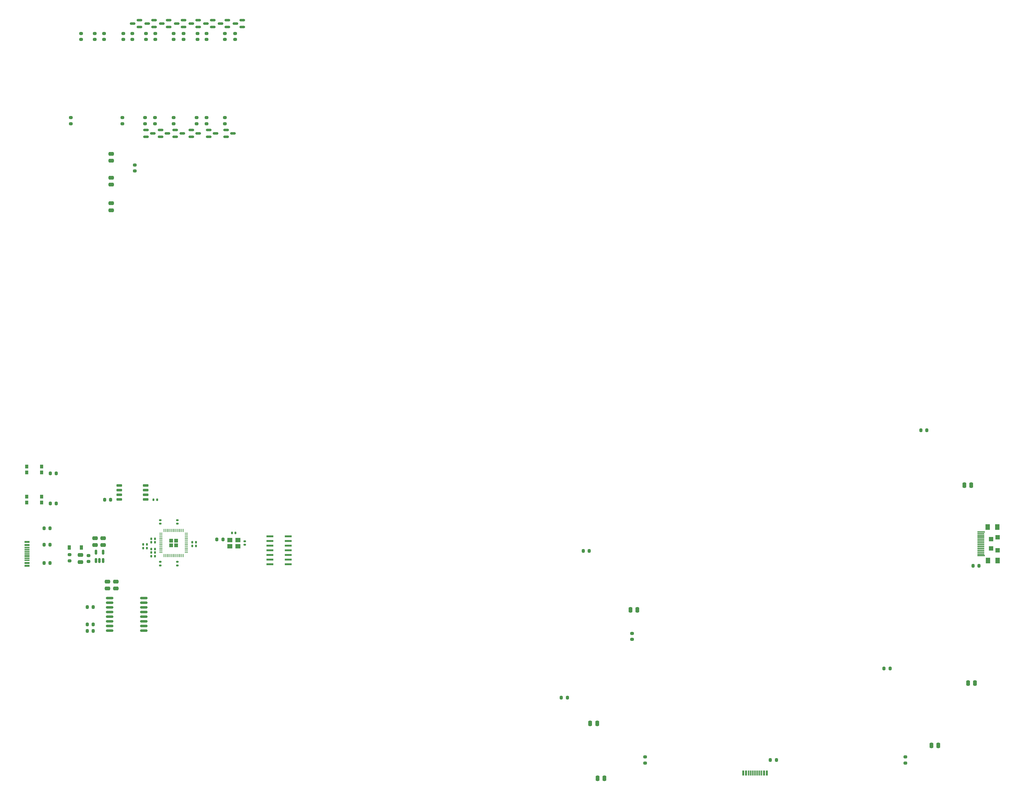
<source format=gbp>
%TF.GenerationSoftware,KiCad,Pcbnew,(6.0.4)*%
%TF.CreationDate,2022-05-26T23:51:57-07:00*%
%TF.ProjectId,top_L,746f705f-4c2e-46b6-9963-61645f706362,rev?*%
%TF.SameCoordinates,Original*%
%TF.FileFunction,Paste,Bot*%
%TF.FilePolarity,Positive*%
%FSLAX46Y46*%
G04 Gerber Fmt 4.6, Leading zero omitted, Abs format (unit mm)*
G04 Created by KiCad (PCBNEW (6.0.4)) date 2022-05-26 23:51:57*
%MOMM*%
%LPD*%
G01*
G04 APERTURE LIST*
G04 Aperture macros list*
%AMRoundRect*
0 Rectangle with rounded corners*
0 $1 Rounding radius*
0 $2 $3 $4 $5 $6 $7 $8 $9 X,Y pos of 4 corners*
0 Add a 4 corners polygon primitive as box body*
4,1,4,$2,$3,$4,$5,$6,$7,$8,$9,$2,$3,0*
0 Add four circle primitives for the rounded corners*
1,1,$1+$1,$2,$3*
1,1,$1+$1,$4,$5*
1,1,$1+$1,$6,$7*
1,1,$1+$1,$8,$9*
0 Add four rect primitives between the rounded corners*
20,1,$1+$1,$2,$3,$4,$5,0*
20,1,$1+$1,$4,$5,$6,$7,0*
20,1,$1+$1,$6,$7,$8,$9,0*
20,1,$1+$1,$8,$9,$2,$3,0*%
G04 Aperture macros list end*
%ADD10RoundRect,0.200000X0.200000X0.275000X-0.200000X0.275000X-0.200000X-0.275000X0.200000X-0.275000X0*%
%ADD11RoundRect,0.140000X0.170000X-0.140000X0.170000X0.140000X-0.170000X0.140000X-0.170000X-0.140000X0*%
%ADD12RoundRect,0.200000X-0.275000X0.200000X-0.275000X-0.200000X0.275000X-0.200000X0.275000X0.200000X0*%
%ADD13RoundRect,0.200000X0.275000X-0.200000X0.275000X0.200000X-0.275000X0.200000X-0.275000X-0.200000X0*%
%ADD14RoundRect,0.140000X-0.140000X-0.170000X0.140000X-0.170000X0.140000X0.170000X-0.140000X0.170000X0*%
%ADD15RoundRect,0.150000X0.587500X0.150000X-0.587500X0.150000X-0.587500X-0.150000X0.587500X-0.150000X0*%
%ADD16RoundRect,0.200000X-0.200000X-0.275000X0.200000X-0.275000X0.200000X0.275000X-0.200000X0.275000X0*%
%ADD17RoundRect,0.250000X0.475000X-0.250000X0.475000X0.250000X-0.475000X0.250000X-0.475000X-0.250000X0*%
%ADD18RoundRect,0.140000X0.140000X0.170000X-0.140000X0.170000X-0.140000X-0.170000X0.140000X-0.170000X0*%
%ADD19RoundRect,0.150000X-0.650000X-0.150000X0.650000X-0.150000X0.650000X0.150000X-0.650000X0.150000X0*%
%ADD20RoundRect,0.150000X-0.587500X-0.150000X0.587500X-0.150000X0.587500X0.150000X-0.587500X0.150000X0*%
%ADD21RoundRect,0.250000X-0.475000X0.250000X-0.475000X-0.250000X0.475000X-0.250000X0.475000X0.250000X0*%
%ADD22RoundRect,0.250000X0.250000X0.475000X-0.250000X0.475000X-0.250000X-0.475000X0.250000X-0.475000X0*%
%ADD23RoundRect,0.150000X0.875000X0.150000X-0.875000X0.150000X-0.875000X-0.150000X0.875000X-0.150000X0*%
%ADD24R,1.450000X0.600000*%
%ADD25R,1.450000X0.300000*%
%ADD26RoundRect,0.250000X-0.292217X0.292217X-0.292217X-0.292217X0.292217X-0.292217X0.292217X0.292217X0*%
%ADD27RoundRect,0.050000X-0.050000X0.387500X-0.050000X-0.387500X0.050000X-0.387500X0.050000X0.387500X0*%
%ADD28RoundRect,0.050000X-0.387500X0.050000X-0.387500X-0.050000X0.387500X-0.050000X0.387500X0.050000X0*%
%ADD29RoundRect,0.135000X-0.135000X-0.185000X0.135000X-0.185000X0.135000X0.185000X-0.135000X0.185000X0*%
%ADD30R,0.900000X1.200000*%
%ADD31RoundRect,0.150000X0.150000X-0.512500X0.150000X0.512500X-0.150000X0.512500X-0.150000X-0.512500X0*%
%ADD32R,1.981200X0.558800*%
%ADD33R,1.400000X1.200000*%
%ADD34R,0.900000X1.000000*%
%ADD35RoundRect,0.140000X-0.170000X0.140000X-0.170000X-0.140000X0.170000X-0.140000X0.170000X0.140000X0*%
%ADD36R,1.825000X0.400000*%
%ADD37R,1.200000X1.500000*%
%ADD38R,2.012500X0.400000*%
%ADD39R,1.200000X1.200000*%
%ADD40R,0.600000X1.450000*%
%ADD41R,0.300000X1.450000*%
G04 APERTURE END LIST*
D10*
X45575000Y-196250000D03*
X43925000Y-196250000D03*
D11*
X63900000Y-173480000D03*
X63900000Y-172520000D03*
D12*
X192500000Y-203425000D03*
X192500000Y-205075000D03*
D13*
X60000000Y-41325000D03*
X60000000Y-39675000D03*
D12*
X76500000Y-62675000D03*
X76500000Y-64325000D03*
D14*
X72620000Y-178600000D03*
X73580000Y-178600000D03*
D13*
X81500000Y-41325000D03*
X81500000Y-39675000D03*
D15*
X70187500Y-36050000D03*
X70187500Y-37950000D03*
X68312500Y-37000000D03*
D11*
X68500000Y-173480000D03*
X68500000Y-172520000D03*
D15*
X58187500Y-36050000D03*
X58187500Y-37950000D03*
X56312500Y-37000000D03*
D12*
X267000000Y-237175000D03*
X267000000Y-238825000D03*
D16*
X230175000Y-238000000D03*
X231825000Y-238000000D03*
D14*
X62020000Y-167000000D03*
X62980000Y-167000000D03*
X83420000Y-176000000D03*
X84380000Y-176000000D03*
D12*
X62400000Y-62675000D03*
X62400000Y-64325000D03*
D17*
X50500000Y-74450000D03*
X50500000Y-72550000D03*
D18*
X62380000Y-178600000D03*
X61420000Y-178600000D03*
D19*
X52700000Y-166905000D03*
X52700000Y-165635000D03*
X52700000Y-164365000D03*
X52700000Y-163095000D03*
X59900000Y-163095000D03*
X59900000Y-164365000D03*
X59900000Y-165635000D03*
X59900000Y-166905000D03*
D20*
X81812500Y-67950000D03*
X81812500Y-66050000D03*
X83687500Y-67000000D03*
D18*
X62380000Y-177600000D03*
X61420000Y-177600000D03*
D12*
X196000000Y-237175000D03*
X196000000Y-238825000D03*
D16*
X285395000Y-185000000D03*
X287045000Y-185000000D03*
D21*
X42100000Y-182050000D03*
X42100000Y-183950000D03*
D22*
X284950000Y-163000000D03*
X283050000Y-163000000D03*
X193950000Y-197000000D03*
X192050000Y-197000000D03*
D23*
X59400000Y-193805000D03*
X59400000Y-195075000D03*
X59400000Y-196345000D03*
X59400000Y-197615000D03*
X59400000Y-198885000D03*
X59400000Y-200155000D03*
X59400000Y-201425000D03*
X59400000Y-202695000D03*
X50100000Y-202695000D03*
X50100000Y-201425000D03*
X50100000Y-200155000D03*
X50100000Y-198885000D03*
X50100000Y-197615000D03*
X50100000Y-196345000D03*
X50100000Y-195075000D03*
X50100000Y-193805000D03*
D13*
X48500000Y-41325000D03*
X48500000Y-39675000D03*
D17*
X49500000Y-191200000D03*
X49500000Y-189300000D03*
D12*
X73750000Y-62675000D03*
X73750000Y-64325000D03*
D14*
X72620000Y-179600000D03*
X73580000Y-179600000D03*
D24*
X27545000Y-185000000D03*
X27545000Y-184200000D03*
D25*
X27545000Y-183000000D03*
X27545000Y-182000000D03*
X27545000Y-181500000D03*
X27545000Y-180500000D03*
D24*
X27545000Y-179300000D03*
X27545000Y-178500000D03*
X27545000Y-178500000D03*
X27545000Y-179300000D03*
D25*
X27545000Y-180000000D03*
X27545000Y-181000000D03*
X27545000Y-182500000D03*
X27545000Y-183500000D03*
D24*
X27545000Y-184200000D03*
X27545000Y-185000000D03*
D16*
X43925000Y-201000000D03*
X45575000Y-201000000D03*
D12*
X59750000Y-62675000D03*
X59750000Y-64325000D03*
D16*
X261175000Y-213000000D03*
X262825000Y-213000000D03*
D26*
X66862500Y-179387500D03*
X66862500Y-178112500D03*
X68137500Y-178112500D03*
X68137500Y-179387500D03*
D27*
X64900000Y-175312500D03*
X65300000Y-175312500D03*
X65700000Y-175312500D03*
X66100000Y-175312500D03*
X66500000Y-175312500D03*
X66900000Y-175312500D03*
X67300000Y-175312500D03*
X67700000Y-175312500D03*
X68100000Y-175312500D03*
X68500000Y-175312500D03*
X68900000Y-175312500D03*
X69300000Y-175312500D03*
X69700000Y-175312500D03*
X70100000Y-175312500D03*
D28*
X70937500Y-176150000D03*
X70937500Y-176550000D03*
X70937500Y-176950000D03*
X70937500Y-177350000D03*
X70937500Y-177750000D03*
X70937500Y-178150000D03*
X70937500Y-178550000D03*
X70937500Y-178950000D03*
X70937500Y-179350000D03*
X70937500Y-179750000D03*
X70937500Y-180150000D03*
X70937500Y-180550000D03*
X70937500Y-180950000D03*
X70937500Y-181350000D03*
D27*
X70100000Y-182187500D03*
X69700000Y-182187500D03*
X69300000Y-182187500D03*
X68900000Y-182187500D03*
X68500000Y-182187500D03*
X68100000Y-182187500D03*
X67700000Y-182187500D03*
X67300000Y-182187500D03*
X66900000Y-182187500D03*
X66500000Y-182187500D03*
X66100000Y-182187500D03*
X65700000Y-182187500D03*
X65300000Y-182187500D03*
X64900000Y-182187500D03*
D28*
X64062500Y-181350000D03*
X64062500Y-180950000D03*
X64062500Y-180550000D03*
X64062500Y-180150000D03*
X64062500Y-179750000D03*
X64062500Y-179350000D03*
X64062500Y-178950000D03*
X64062500Y-178550000D03*
X64062500Y-178150000D03*
X64062500Y-177750000D03*
X64062500Y-177350000D03*
X64062500Y-176950000D03*
X64062500Y-176550000D03*
X64062500Y-176150000D03*
D12*
X53500000Y-62675000D03*
X53500000Y-64325000D03*
D10*
X33825000Y-184250000D03*
X32175000Y-184250000D03*
X35525000Y-167950000D03*
X33875000Y-167950000D03*
X35525000Y-159750000D03*
X33875000Y-159750000D03*
D22*
X285950000Y-217000000D03*
X284050000Y-217000000D03*
D13*
X76500000Y-41325000D03*
X76500000Y-39675000D03*
X70250000Y-41325000D03*
X70250000Y-39675000D03*
D18*
X62380000Y-182400000D03*
X61420000Y-182400000D03*
D16*
X173175000Y-221000000D03*
X174825000Y-221000000D03*
D20*
X63962500Y-67950000D03*
X63962500Y-66050000D03*
X65837500Y-67000000D03*
D18*
X62380000Y-180400000D03*
X61420000Y-180400000D03*
D20*
X67962500Y-67950000D03*
X67962500Y-66050000D03*
X69837500Y-67000000D03*
D13*
X44300000Y-183825000D03*
X44300000Y-182175000D03*
D16*
X48675000Y-167000000D03*
X50325000Y-167000000D03*
D12*
X81500000Y-62675000D03*
X81500000Y-64325000D03*
D22*
X184950000Y-243000000D03*
X183050000Y-243000000D03*
D29*
X59190000Y-180200000D03*
X60210000Y-180200000D03*
D13*
X67500000Y-41325000D03*
X67500000Y-39675000D03*
D12*
X39100000Y-181975000D03*
X39100000Y-183625000D03*
D30*
X42350000Y-180000000D03*
X39050000Y-180000000D03*
D16*
X79275000Y-177800000D03*
X80925000Y-177800000D03*
D17*
X50500000Y-87950000D03*
X50500000Y-86050000D03*
D16*
X43925000Y-202750000D03*
X45575000Y-202750000D03*
D31*
X48250000Y-183537500D03*
X47300000Y-183537500D03*
X46350000Y-183537500D03*
X46350000Y-181262500D03*
X48250000Y-181262500D03*
D20*
X72312500Y-67950000D03*
X72312500Y-66050000D03*
X74187500Y-67000000D03*
D17*
X51750000Y-191200000D03*
X51750000Y-189300000D03*
D32*
X98713800Y-176940000D03*
X98713800Y-178210000D03*
X98713800Y-179480000D03*
X98713800Y-180750000D03*
X98713800Y-182020000D03*
X98713800Y-183290000D03*
X98713800Y-184560000D03*
X93786200Y-184560000D03*
X93786200Y-183290000D03*
X93786200Y-182020000D03*
X93786200Y-180750000D03*
X93786200Y-179480000D03*
X93786200Y-178210000D03*
X93786200Y-176940000D03*
D15*
X78187500Y-36050000D03*
X78187500Y-37950000D03*
X76312500Y-37000000D03*
D22*
X182950000Y-228000000D03*
X181050000Y-228000000D03*
D13*
X56250000Y-41325000D03*
X56250000Y-39675000D03*
D33*
X85000000Y-179650000D03*
X82800000Y-179650000D03*
X82800000Y-177950000D03*
X85000000Y-177950000D03*
D13*
X46000000Y-41325000D03*
X46000000Y-39675000D03*
D34*
X27450000Y-157950000D03*
X31550000Y-157950000D03*
X31550000Y-159550000D03*
X27450000Y-159550000D03*
X31550000Y-166150000D03*
X27450000Y-166150000D03*
X31550000Y-167750000D03*
X27450000Y-167750000D03*
D35*
X68500000Y-183920000D03*
X68500000Y-184880000D03*
D13*
X84250000Y-41325000D03*
X84250000Y-39675000D03*
D12*
X67500000Y-62675000D03*
X67500000Y-64325000D03*
D15*
X62187500Y-36050000D03*
X62187500Y-37950000D03*
X60312500Y-37000000D03*
D13*
X53750000Y-41325000D03*
X53750000Y-39675000D03*
D15*
X66187500Y-36050000D03*
X66187500Y-37950000D03*
X64312500Y-37000000D03*
D17*
X46100000Y-179350000D03*
X46100000Y-177450000D03*
D16*
X179175000Y-180950000D03*
X180825000Y-180950000D03*
D15*
X86187500Y-36050000D03*
X86187500Y-37950000D03*
X84312500Y-37000000D03*
D12*
X56900000Y-75575000D03*
X56900000Y-77225000D03*
D15*
X82187500Y-36050000D03*
X82187500Y-37950000D03*
X80312500Y-37000000D03*
D10*
X33825000Y-174750000D03*
X32175000Y-174750000D03*
D36*
X287560000Y-181750000D03*
X287560000Y-180250000D03*
X287560000Y-179750000D03*
X287560000Y-179250000D03*
X287560000Y-178750000D03*
X287560000Y-177250000D03*
X287560000Y-176750000D03*
X287560000Y-176250000D03*
X287560000Y-177750000D03*
X287560000Y-178250000D03*
X287560000Y-180750000D03*
X287560000Y-181250000D03*
D37*
X292060000Y-174450000D03*
D38*
X287660000Y-175750000D03*
D37*
X289460000Y-183550000D03*
D39*
X292110000Y-177250000D03*
D37*
X292110000Y-183550000D03*
D39*
X290360000Y-180250000D03*
D38*
X287653750Y-182250000D03*
D37*
X289410000Y-174450000D03*
D39*
X290360000Y-177750000D03*
X292110000Y-180750000D03*
D22*
X275950000Y-234000000D03*
X274050000Y-234000000D03*
D29*
X59190000Y-179200000D03*
X60210000Y-179200000D03*
D12*
X39500000Y-62675000D03*
X39500000Y-64325000D03*
D17*
X48300000Y-179350000D03*
X48300000Y-177450000D03*
D35*
X63900000Y-183920000D03*
X63900000Y-184880000D03*
D13*
X74000000Y-41325000D03*
X74000000Y-39675000D03*
D11*
X86900000Y-179280000D03*
X86900000Y-178320000D03*
D20*
X59962500Y-67950000D03*
X59962500Y-66050000D03*
X61837500Y-67000000D03*
D13*
X62500000Y-41325000D03*
X62500000Y-39675000D03*
D17*
X50500000Y-80950000D03*
X50500000Y-79050000D03*
D40*
X229250000Y-241585000D03*
X228450000Y-241585000D03*
D41*
X227250000Y-241585000D03*
X226250000Y-241585000D03*
X225750000Y-241585000D03*
X224750000Y-241585000D03*
D40*
X223550000Y-241585000D03*
X222750000Y-241585000D03*
X222750000Y-241585000D03*
X223550000Y-241585000D03*
D41*
X224250000Y-241585000D03*
X225250000Y-241585000D03*
X226750000Y-241585000D03*
X227750000Y-241585000D03*
D40*
X228450000Y-241585000D03*
X229250000Y-241585000D03*
D13*
X42250000Y-41325000D03*
X42250000Y-39675000D03*
D20*
X77062500Y-67950000D03*
X77062500Y-66050000D03*
X78937500Y-67000000D03*
D10*
X33825000Y-179250000D03*
X32175000Y-179250000D03*
D16*
X271175000Y-148000000D03*
X272825000Y-148000000D03*
D18*
X62380000Y-181400000D03*
X61420000Y-181400000D03*
D15*
X74187500Y-36050000D03*
X74187500Y-37950000D03*
X72312500Y-37000000D03*
M02*

</source>
